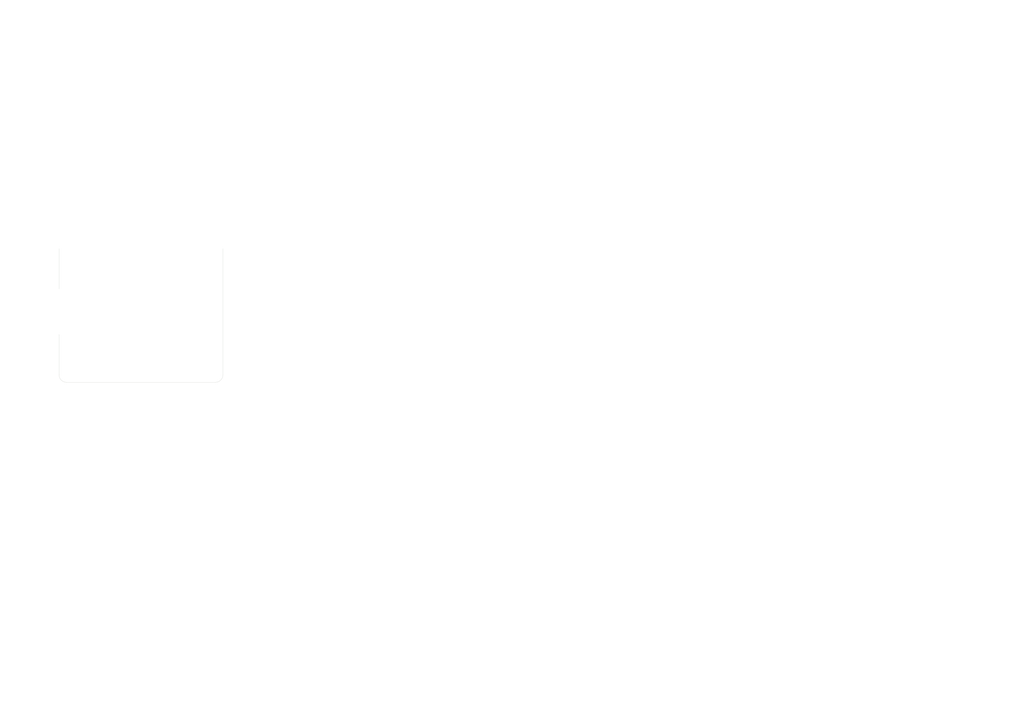
<source format=kicad_pcb>
(kicad_pcb (version 20240108) (generator "pcbnew") (generator_version "8.0")
  (title_block (title "Example Project") (date "2024-12-05") (rev "01_1") (company "AKK Electronics") (comment 3 "aungkyawkhaing96.ece@gmail.com") (comment 4 "Aung Kyaw Khaing"))
  (layers (0 "F.Cu" signal) (31 "B.Cu" signal) (34 "B.Paste" user) (35 "F.Paste" user) (36 "B.SilkS" user "B.Silkscreen") (37 "F.SilkS" user "F.Silkscreen") (38 "B.Mask" user) (39 "F.Mask" user) (44 "Edge.Cuts" user))
  (net 0 "")
  (footprint "MountingHole:MountingHole_2.7mm_M2.5" (layer "F.Cu") (at 226.068 117.886)
    (property "Reference" "MH2" (hide yes))
    (property "Value" "MountingHole_2.7mm_M2.5" (hide yes))
    (pad "" np_thru_hole circle (at 0 0) (size 2.7 2.7) (drill 2.7) (layers "*.Cu" "*.Mask"))
  )
  (footprint "MountingHole:MountingHole_2.7mm_M2.5" (layer "F.Cu") (at 168.068 166.886)
    (property "Reference" "MH3" (hide yes))
    (property "Value" "MountingHole_2.7mm_M2.5" (hide yes))
    (pad "" np_thru_hole circle (at 0 0) (size 2.7 2.7) (drill 2.7) (layers "*.Cu" "*.Mask"))
  )
  (footprint "MountingHole:MountingHole_2.7mm_M2.5" (layer "F.Cu") (at 168.068 117.886)
    (property "Reference" "MH1" (hide yes))
    (property "Value" "MountingHole_2.7mm_M2.5" (hide yes))
    (pad "" np_thru_hole circle (at 0 0) (size 2.7 2.7) (drill 2.7) (layers "*.Cu" "*.Mask"))
  )
  (footprint "MountingHole:MountingHole_2.7mm_M2.5" (layer "F.Cu") (at 226.068 166.886)
    (property "Reference" "MH4" (hide yes))
    (property "Value" "MountingHole_2.7mm_M2.5" (hide yes))
    (pad "" np_thru_hole circle (at 0 0) (size 2.7 2.7) (drill 2.7) (layers "*.Cu" "*.Mask"))
  )
  (gr_line (start 229.568 167.386) (end 229.568 117.386) (stroke (width 0.1)) (layer "Edge.Cuts"))
  (gr_line (start 164.568 117.386) (end 164.568 133.386) (stroke (width 0.1)) (layer "Edge.Cuts"))
  (gr_arc (start 167.568 170.386) (mid 165.44668 169.50732) (end 164.568 167.386) (stroke (width 0.1)) (layer "Edge.Cuts"))
  (gr_line (start 167.568 170.386) (end 226.568 170.386) (stroke (width 0.1)) (layer "Edge.Cuts"))
  (gr_arc (start 229.568 167.386) (mid 228.68932 169.50732) (end 226.568 170.386) (stroke (width 0.1)) (layer "Edge.Cuts"))
  (gr_line (start 164.568 151.386) (end 164.568 167.386) (stroke (width 0.1)) (layer "Edge.Cuts"))
)
</source>
